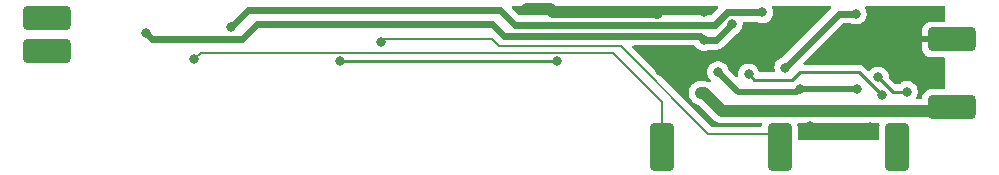
<source format=gbr>
%TF.GenerationSoftware,KiCad,Pcbnew,(6.0.6-0)*%
%TF.CreationDate,2022-09-08T16:09:42-07:00*%
%TF.ProjectId,Battery Extension PCB,42617474-6572-4792-9045-7874656e7369,rev?*%
%TF.SameCoordinates,Original*%
%TF.FileFunction,Copper,L2,Bot*%
%TF.FilePolarity,Positive*%
%FSLAX46Y46*%
G04 Gerber Fmt 4.6, Leading zero omitted, Abs format (unit mm)*
G04 Created by KiCad (PCBNEW (6.0.6-0)) date 2022-09-08 16:09:42*
%MOMM*%
%LPD*%
G01*
G04 APERTURE LIST*
G04 Aperture macros list*
%AMRoundRect*
0 Rectangle with rounded corners*
0 $1 Rounding radius*
0 $2 $3 $4 $5 $6 $7 $8 $9 X,Y pos of 4 corners*
0 Add a 4 corners polygon primitive as box body*
4,1,4,$2,$3,$4,$5,$6,$7,$8,$9,$2,$3,0*
0 Add four circle primitives for the rounded corners*
1,1,$1+$1,$2,$3*
1,1,$1+$1,$4,$5*
1,1,$1+$1,$6,$7*
1,1,$1+$1,$8,$9*
0 Add four rect primitives between the rounded corners*
20,1,$1+$1,$2,$3,$4,$5,0*
20,1,$1+$1,$4,$5,$6,$7,0*
20,1,$1+$1,$6,$7,$8,$9,0*
20,1,$1+$1,$8,$9,$2,$3,0*%
G04 Aperture macros list end*
%TA.AperFunction,ComponentPad*%
%ADD10RoundRect,0.304800X0.695200X-1.695200X0.695200X1.695200X-0.695200X1.695200X-0.695200X-1.695200X0*%
%TD*%
%TA.AperFunction,ComponentPad*%
%ADD11RoundRect,0.304800X-1.695200X-0.695200X1.695200X-0.695200X1.695200X0.695200X-1.695200X0.695200X0*%
%TD*%
%TA.AperFunction,ViaPad*%
%ADD12C,0.800000*%
%TD*%
%TA.AperFunction,Conductor*%
%ADD13C,1.000000*%
%TD*%
%TA.AperFunction,Conductor*%
%ADD14C,0.600000*%
%TD*%
%TA.AperFunction,Conductor*%
%ADD15C,0.200000*%
%TD*%
%TA.AperFunction,Conductor*%
%ADD16C,0.550000*%
%TD*%
%TA.AperFunction,Conductor*%
%ADD17C,0.250000*%
%TD*%
G04 APERTURE END LIST*
D10*
%TO.P,H7,1*%
%TO.N,VBUS*%
X128270000Y-80848200D03*
%TD*%
%TO.P,H3,1*%
%TO.N,IO26{slash}BATT VOLT*%
X118338600Y-80848200D03*
%TD*%
D11*
%TO.P,H6,1*%
%TO.N,GND*%
X142824200Y-71729600D03*
%TD*%
D10*
%TO.P,H4,1*%
%TO.N,IO27{slash}BATT CHARGING*%
X138201400Y-80848200D03*
%TD*%
D11*
%TO.P,H1,1*%
%TO.N,+BATT*%
X66268600Y-69951600D03*
%TD*%
%TO.P,H2,1*%
%TO.N,-BATT*%
X66268600Y-72694800D03*
%TD*%
%TO.P,H5,1*%
%TO.N,+5V*%
X142824200Y-77470000D03*
%TD*%
D12*
%TO.N,GND*%
X118110000Y-74371200D03*
X130810000Y-79044800D03*
X136799194Y-71328406D03*
X117246400Y-73355200D03*
X114503200Y-69443600D03*
X121818400Y-69443600D03*
X121513600Y-74066400D03*
X108813600Y-69189600D03*
X106832400Y-69189600D03*
X134513194Y-71328406D03*
X135940800Y-79146400D03*
X131318000Y-69545200D03*
X120396000Y-73050400D03*
X117906800Y-69494400D03*
X116484400Y-69443600D03*
X124155200Y-73050400D03*
X138627989Y-73868411D03*
X107696000Y-69189600D03*
%TO.N,VBUS*%
X128727200Y-74117200D03*
X134721600Y-69545200D03*
X94488000Y-71932800D03*
%TO.N,+BATT*%
X81788000Y-70662800D03*
X126796800Y-69443600D03*
%TO.N,-BATT*%
X74574400Y-71170800D03*
X123037600Y-74472800D03*
X124206000Y-70459600D03*
X129997200Y-75946000D03*
X134772400Y-75946000D03*
X121869200Y-71780400D03*
%TO.N,+5V*%
X121564400Y-76250800D03*
%TO.N,IO26{slash}BATT VOLT*%
X78689200Y-73406000D03*
%TO.N,Net-(R8-Pad1)*%
X136906000Y-76454000D03*
X125628400Y-74676000D03*
%TO.N,IO27{slash}BATT CHARGING*%
X139039600Y-76149200D03*
X136601200Y-74930000D03*
%TO.N,Net-(R4-Pad2)*%
X91033600Y-73546700D03*
X109427436Y-73546700D03*
%TD*%
D13*
%TO.N,GND*%
X116484400Y-69443600D02*
X117856000Y-69443600D01*
X109067600Y-69443600D02*
X114503200Y-69443600D01*
D14*
X131470400Y-79705200D02*
X135382000Y-79705200D01*
D13*
X108813600Y-69189600D02*
X107696000Y-69189600D01*
X114503200Y-69443600D02*
X116484400Y-69443600D01*
D14*
X135382000Y-79705200D02*
X135940800Y-79146400D01*
X117246400Y-73355200D02*
X120091200Y-73355200D01*
D13*
X107696000Y-69189600D02*
X106832400Y-69189600D01*
D14*
X131318000Y-69545200D02*
X127812800Y-73050400D01*
D13*
X117856000Y-69443600D02*
X117906800Y-69494400D01*
D14*
X120091200Y-73355200D02*
X120396000Y-73050400D01*
X124155200Y-73050400D02*
X120396000Y-73050400D01*
D13*
X108813600Y-69189600D02*
X109067600Y-69443600D01*
D14*
X130810000Y-79044800D02*
X131470400Y-79705200D01*
X127812800Y-73050400D02*
X124155200Y-73050400D01*
D15*
%TO.N,VBUS*%
X114808000Y-72288400D02*
X122224800Y-79705200D01*
X103936800Y-71729600D02*
X104495600Y-72288400D01*
X94488000Y-71932800D02*
X94691200Y-71729600D01*
X94691200Y-71729600D02*
X103936800Y-71729600D01*
X127301233Y-79705200D02*
X128270000Y-80673967D01*
D14*
X134721600Y-69545200D02*
X133299200Y-69545200D01*
X133299200Y-69545200D02*
X128727200Y-74117200D01*
D15*
X104495600Y-72288400D02*
X114808000Y-72288400D01*
X122224800Y-79705200D02*
X127301233Y-79705200D01*
D14*
%TO.N,+BATT*%
X83210400Y-69240400D02*
X104601293Y-69240400D01*
X81788000Y-70662800D02*
X83210400Y-69240400D01*
X122798202Y-70494401D02*
X123849003Y-69443600D01*
X105855294Y-70494401D02*
X122798202Y-70494401D01*
X104601293Y-69240400D02*
X105855294Y-70494401D01*
X123849003Y-69443600D02*
X126796800Y-69443600D01*
%TO.N,-BATT*%
X82753200Y-71678800D02*
X75082400Y-71678800D01*
X121869200Y-71780400D02*
X121513600Y-71424800D01*
X103936800Y-70408800D02*
X84023200Y-70408800D01*
X75082400Y-71678800D02*
X74574400Y-71170800D01*
X122885200Y-71780400D02*
X121869200Y-71780400D01*
X104952800Y-71424800D02*
X103936800Y-70408800D01*
D16*
X124714000Y-76200000D02*
X123037600Y-74523600D01*
X123037600Y-74523600D02*
X123037600Y-74472800D01*
D14*
X121513600Y-71424800D02*
X104952800Y-71424800D01*
X124206000Y-70459600D02*
X122885200Y-71780400D01*
D16*
X134772400Y-75946000D02*
X129997200Y-75946000D01*
X129997200Y-75946000D02*
X129743200Y-76200000D01*
X129743200Y-76200000D02*
X124714000Y-76200000D01*
D14*
X84023200Y-70408800D02*
X82753200Y-71678800D01*
D13*
%TO.N,+5V*%
X121818400Y-76250800D02*
X121564400Y-76250800D01*
D14*
X141870230Y-77774800D02*
X142499615Y-77145415D01*
D13*
X123342400Y-77774800D02*
X121818400Y-76250800D01*
X123342400Y-77774800D02*
X141870230Y-77774800D01*
D15*
%TO.N,IO26{slash}BATT VOLT*%
X78689200Y-73406000D02*
X79248000Y-72847200D01*
X118338600Y-77038200D02*
X118338600Y-80673967D01*
X79248000Y-72847200D02*
X114147600Y-72847200D01*
X114147600Y-72847200D02*
X118338600Y-77038200D01*
D17*
%TO.N,Net-(R8-Pad1)*%
X129336800Y-75133200D02*
X126085600Y-75133200D01*
X126085600Y-75133200D02*
X125628400Y-74676000D01*
X129946400Y-74523600D02*
X129336800Y-75133200D01*
X134975600Y-74523600D02*
X129946400Y-74523600D01*
X136906000Y-76454000D02*
X134975600Y-74523600D01*
%TO.N,IO27{slash}BATT CHARGING*%
X137820400Y-76149200D02*
X139039600Y-76149200D01*
X136601200Y-74930000D02*
X137820400Y-76149200D01*
%TO.N,Net-(R4-Pad2)*%
X109427436Y-73546700D02*
X91033600Y-73546700D01*
%TD*%
%TA.AperFunction,Conductor*%
%TO.N,GND*%
G36*
X136666529Y-78803302D02*
G01*
X136713022Y-78856958D01*
X136723126Y-78927232D01*
X136721179Y-78937643D01*
X136693178Y-79058930D01*
X136692900Y-79063751D01*
X136692900Y-80139467D01*
X136672898Y-80207588D01*
X136619242Y-80254081D01*
X136566900Y-80265467D01*
X129904499Y-80265467D01*
X129836378Y-80245465D01*
X129789885Y-80191809D01*
X129778499Y-80139467D01*
X129778499Y-79063752D01*
X129778222Y-79058930D01*
X129750221Y-78937643D01*
X129754387Y-78866769D01*
X129796209Y-78809398D01*
X129862409Y-78783745D01*
X129872992Y-78783300D01*
X136598408Y-78783300D01*
X136666529Y-78803302D01*
G37*
%TD.AperFunction*%
%TA.AperFunction,Conductor*%
G36*
X132579640Y-68905302D02*
G01*
X132626133Y-68958958D01*
X132636237Y-69029232D01*
X132606743Y-69093812D01*
X132600614Y-69100395D01*
X130536773Y-71164235D01*
X128475288Y-73225720D01*
X128437443Y-73251732D01*
X128379941Y-73277333D01*
X128276478Y-73323397D01*
X128276476Y-73323398D01*
X128270448Y-73326082D01*
X128115947Y-73438334D01*
X128111526Y-73443244D01*
X128111525Y-73443245D01*
X128100311Y-73455700D01*
X127988160Y-73580256D01*
X127892673Y-73745644D01*
X127833658Y-73927272D01*
X127832968Y-73933833D01*
X127832968Y-73933835D01*
X127826723Y-73993251D01*
X127813696Y-74117200D01*
X127814386Y-74123765D01*
X127831109Y-74282872D01*
X127833658Y-74307128D01*
X127835697Y-74313403D01*
X127835698Y-74313408D01*
X127842637Y-74334762D01*
X127844666Y-74405729D01*
X127808005Y-74466528D01*
X127744293Y-74497854D01*
X127722805Y-74499700D01*
X126617914Y-74499700D01*
X126549793Y-74479698D01*
X126503300Y-74426042D01*
X126498081Y-74412636D01*
X126481935Y-74362945D01*
X126462927Y-74304444D01*
X126450473Y-74282872D01*
X126370741Y-74144774D01*
X126367440Y-74139056D01*
X126347205Y-74116582D01*
X126244075Y-74002045D01*
X126244074Y-74002044D01*
X126239653Y-73997134D01*
X126110779Y-73903501D01*
X126090494Y-73888763D01*
X126090493Y-73888762D01*
X126085152Y-73884882D01*
X126079124Y-73882198D01*
X126079122Y-73882197D01*
X125916719Y-73809891D01*
X125916718Y-73809891D01*
X125910688Y-73807206D01*
X125817287Y-73787353D01*
X125730344Y-73768872D01*
X125730339Y-73768872D01*
X125723887Y-73767500D01*
X125532913Y-73767500D01*
X125526461Y-73768872D01*
X125526456Y-73768872D01*
X125439513Y-73787353D01*
X125346112Y-73807206D01*
X125340082Y-73809891D01*
X125340081Y-73809891D01*
X125177678Y-73882197D01*
X125177676Y-73882198D01*
X125171648Y-73884882D01*
X125166307Y-73888762D01*
X125166306Y-73888763D01*
X125146021Y-73903501D01*
X125017147Y-73997134D01*
X125012726Y-74002044D01*
X125012725Y-74002045D01*
X124909596Y-74116582D01*
X124889360Y-74139056D01*
X124886059Y-74144774D01*
X124806328Y-74282872D01*
X124793873Y-74304444D01*
X124734858Y-74486072D01*
X124734168Y-74492633D01*
X124734168Y-74492635D01*
X124727853Y-74552721D01*
X124714896Y-74676000D01*
X124715586Y-74682565D01*
X124726663Y-74787957D01*
X124713891Y-74857795D01*
X124665389Y-74909642D01*
X124596556Y-74927036D01*
X124529246Y-74904455D01*
X124512258Y-74890222D01*
X123963719Y-74341683D01*
X123931690Y-74282694D01*
X123931142Y-74282872D01*
X123872127Y-74101244D01*
X123861342Y-74082563D01*
X123779941Y-73941574D01*
X123776640Y-73935856D01*
X123766746Y-73924867D01*
X123653275Y-73798845D01*
X123653274Y-73798844D01*
X123648853Y-73793934D01*
X123494352Y-73681682D01*
X123488324Y-73678998D01*
X123488322Y-73678997D01*
X123325919Y-73606691D01*
X123325918Y-73606691D01*
X123319888Y-73604006D01*
X123208154Y-73580256D01*
X123139544Y-73565672D01*
X123139539Y-73565672D01*
X123133087Y-73564300D01*
X122942113Y-73564300D01*
X122935661Y-73565672D01*
X122935656Y-73565672D01*
X122867046Y-73580256D01*
X122755312Y-73604006D01*
X122749282Y-73606691D01*
X122749281Y-73606691D01*
X122586878Y-73678997D01*
X122586876Y-73678998D01*
X122580848Y-73681682D01*
X122426347Y-73793934D01*
X122421926Y-73798844D01*
X122421925Y-73798845D01*
X122308455Y-73924867D01*
X122298560Y-73935856D01*
X122295259Y-73941574D01*
X122213859Y-74082563D01*
X122203073Y-74101244D01*
X122144058Y-74282872D01*
X122143368Y-74289433D01*
X122143368Y-74289435D01*
X122139268Y-74328446D01*
X122124096Y-74472800D01*
X122144058Y-74662728D01*
X122203073Y-74844356D01*
X122206376Y-74850078D01*
X122206377Y-74850079D01*
X122229554Y-74890222D01*
X122298560Y-75009744D01*
X122426347Y-75151666D01*
X122426490Y-75151770D01*
X122462476Y-75210184D01*
X122461124Y-75281168D01*
X122421609Y-75340152D01*
X122356478Y-75368409D01*
X122280225Y-75353788D01*
X122223014Y-75322336D01*
X122223012Y-75322335D01*
X122217613Y-75319367D01*
X122212531Y-75317755D01*
X122207837Y-75315238D01*
X122118869Y-75288038D01*
X122117841Y-75287718D01*
X122029094Y-75259565D01*
X122023798Y-75258971D01*
X122018702Y-75257413D01*
X121926143Y-75248010D01*
X121925007Y-75247889D01*
X121891392Y-75244119D01*
X121878670Y-75242692D01*
X121878666Y-75242692D01*
X121875173Y-75242300D01*
X121871646Y-75242300D01*
X121870661Y-75242245D01*
X121864981Y-75241798D01*
X121835575Y-75238811D01*
X121828063Y-75238048D01*
X121828061Y-75238048D01*
X121821938Y-75237426D01*
X121779659Y-75241423D01*
X121776291Y-75241741D01*
X121764433Y-75242300D01*
X121514631Y-75242300D01*
X121511575Y-75242600D01*
X121511568Y-75242600D01*
X121456315Y-75248018D01*
X121367567Y-75256720D01*
X121361666Y-75258502D01*
X121361664Y-75258502D01*
X121295667Y-75278428D01*
X121178231Y-75313884D01*
X121003604Y-75406734D01*
X120930384Y-75466451D01*
X120855113Y-75527840D01*
X120855110Y-75527843D01*
X120850338Y-75531735D01*
X120846411Y-75536482D01*
X120846409Y-75536484D01*
X120728199Y-75679375D01*
X120728197Y-75679379D01*
X120724270Y-75684125D01*
X120630202Y-75858099D01*
X120571718Y-76047032D01*
X120571074Y-76053157D01*
X120571074Y-76053158D01*
X120556054Y-76196071D01*
X120551045Y-76243725D01*
X120556644Y-76305243D01*
X120563036Y-76375479D01*
X120568970Y-76440688D01*
X120570708Y-76446594D01*
X120570709Y-76446598D01*
X120590685Y-76514471D01*
X120624810Y-76630419D01*
X120627663Y-76635877D01*
X120627665Y-76635881D01*
X120659601Y-76696968D01*
X120716440Y-76805690D01*
X120840368Y-76959825D01*
X120991874Y-77086954D01*
X120997272Y-77089921D01*
X120997277Y-77089925D01*
X121140580Y-77168705D01*
X121165187Y-77182233D01*
X121171054Y-77184094D01*
X121171056Y-77184095D01*
X121347835Y-77240173D01*
X121347839Y-77240174D01*
X121353706Y-77242035D01*
X121355458Y-77242232D01*
X121417027Y-77275662D01*
X122585549Y-78444184D01*
X122594651Y-78454327D01*
X122618368Y-78483825D01*
X122656846Y-78516112D01*
X122660462Y-78519267D01*
X122662288Y-78520923D01*
X122664474Y-78523109D01*
X122666854Y-78525064D01*
X122666864Y-78525073D01*
X122697668Y-78550376D01*
X122698683Y-78551218D01*
X122726157Y-78574271D01*
X122769874Y-78610954D01*
X122774548Y-78613523D01*
X122778661Y-78616902D01*
X122784098Y-78619817D01*
X122784099Y-78619818D01*
X122860447Y-78660755D01*
X122861577Y-78661368D01*
X122943187Y-78706233D01*
X122948269Y-78707845D01*
X122952963Y-78710362D01*
X123041931Y-78737562D01*
X123042959Y-78737882D01*
X123131706Y-78766035D01*
X123137002Y-78766629D01*
X123142098Y-78768187D01*
X123234622Y-78777585D01*
X123235742Y-78777705D01*
X123269064Y-78781442D01*
X123282130Y-78782908D01*
X123282134Y-78782908D01*
X123285627Y-78783300D01*
X123289154Y-78783300D01*
X123290157Y-78783356D01*
X123295841Y-78783803D01*
X123321257Y-78786385D01*
X123332736Y-78787551D01*
X123332738Y-78787551D01*
X123338862Y-78788173D01*
X123384501Y-78783859D01*
X123396357Y-78783300D01*
X126667008Y-78783300D01*
X126735129Y-78803302D01*
X126781622Y-78856958D01*
X126791726Y-78927232D01*
X126789779Y-78937643D01*
X126775604Y-78999043D01*
X126740791Y-79060919D01*
X126678052Y-79094150D01*
X126652833Y-79096700D01*
X122529039Y-79096700D01*
X122460918Y-79076698D01*
X122439944Y-79059795D01*
X115828544Y-72448395D01*
X115794518Y-72386083D01*
X115799583Y-72315268D01*
X115842130Y-72258432D01*
X115908650Y-72233621D01*
X115917639Y-72233300D01*
X121008891Y-72233300D01*
X121077012Y-72253302D01*
X121118009Y-72296298D01*
X121130160Y-72317344D01*
X121134578Y-72322251D01*
X121134579Y-72322252D01*
X121226709Y-72424573D01*
X121257947Y-72459266D01*
X121347058Y-72524009D01*
X121386973Y-72553009D01*
X121412448Y-72571518D01*
X121418476Y-72574202D01*
X121418478Y-72574203D01*
X121546568Y-72631232D01*
X121586912Y-72649194D01*
X121680312Y-72669047D01*
X121767256Y-72687528D01*
X121767261Y-72687528D01*
X121773713Y-72688900D01*
X121964687Y-72688900D01*
X121971139Y-72687528D01*
X121971144Y-72687528D01*
X122058088Y-72669047D01*
X122151488Y-72649194D01*
X122191832Y-72631232D01*
X122262445Y-72599793D01*
X122313694Y-72588900D01*
X122875986Y-72588900D01*
X122877306Y-72588907D01*
X122967421Y-72589851D01*
X123009797Y-72580689D01*
X123022363Y-72578631D01*
X123065455Y-72573797D01*
X123072106Y-72571481D01*
X123072110Y-72571480D01*
X123097130Y-72562767D01*
X123111942Y-72558604D01*
X123137819Y-72553009D01*
X123144710Y-72551519D01*
X123184013Y-72533192D01*
X123195789Y-72528410D01*
X123236752Y-72514145D01*
X123242727Y-72510411D01*
X123242730Y-72510410D01*
X123265195Y-72496373D01*
X123278712Y-72489034D01*
X123302714Y-72477841D01*
X123302715Y-72477840D01*
X123309102Y-72474862D01*
X123330668Y-72458134D01*
X123343353Y-72448294D01*
X123353812Y-72440998D01*
X123384604Y-72421758D01*
X123384607Y-72421756D01*
X123390576Y-72418026D01*
X123398683Y-72409976D01*
X123419379Y-72389424D01*
X123420004Y-72388839D01*
X123420670Y-72388322D01*
X123446660Y-72362332D01*
X123519282Y-72290215D01*
X123519940Y-72289178D01*
X123521043Y-72287949D01*
X124457912Y-71351080D01*
X124495758Y-71325068D01*
X124656722Y-71253403D01*
X124656724Y-71253402D01*
X124662752Y-71250718D01*
X124681218Y-71237302D01*
X124781785Y-71164235D01*
X124817253Y-71138466D01*
X124945040Y-70996544D01*
X125028023Y-70852814D01*
X125037223Y-70836879D01*
X125037224Y-70836878D01*
X125040527Y-70831156D01*
X125099542Y-70649528D01*
X125104235Y-70604882D01*
X125118814Y-70466165D01*
X125119504Y-70459600D01*
X125112322Y-70391270D01*
X125125094Y-70321433D01*
X125173596Y-70269586D01*
X125237632Y-70252100D01*
X126352306Y-70252100D01*
X126403555Y-70262993D01*
X126497211Y-70304691D01*
X126514512Y-70312394D01*
X126607913Y-70332247D01*
X126694856Y-70350728D01*
X126694861Y-70350728D01*
X126701313Y-70352100D01*
X126892287Y-70352100D01*
X126898739Y-70350728D01*
X126898744Y-70350728D01*
X126985687Y-70332247D01*
X127079088Y-70312394D01*
X127085119Y-70309709D01*
X127247522Y-70237403D01*
X127247524Y-70237402D01*
X127253552Y-70234718D01*
X127408053Y-70122466D01*
X127535840Y-69980544D01*
X127631327Y-69815156D01*
X127690342Y-69633528D01*
X127710304Y-69443600D01*
X127701710Y-69361835D01*
X127691032Y-69260235D01*
X127691032Y-69260233D01*
X127690342Y-69253672D01*
X127631327Y-69072044D01*
X127628022Y-69066319D01*
X127626344Y-69062551D01*
X127616909Y-68992184D01*
X127647014Y-68927886D01*
X127707102Y-68890072D01*
X127741450Y-68885300D01*
X132511519Y-68885300D01*
X132579640Y-68905302D01*
G37*
%TD.AperFunction*%
%TA.AperFunction,Conductor*%
G36*
X142233236Y-68905302D02*
G01*
X142279729Y-68958958D01*
X142291115Y-69011300D01*
X142291115Y-70095601D01*
X142271113Y-70163722D01*
X142217457Y-70210215D01*
X142165115Y-70221601D01*
X141041603Y-70221601D01*
X141039738Y-70221654D01*
X141029791Y-70223078D01*
X140864172Y-70261314D01*
X140850969Y-70265964D01*
X140699482Y-70339195D01*
X140687634Y-70346656D01*
X140556126Y-70451637D01*
X140546238Y-70461525D01*
X140441256Y-70593034D01*
X140433795Y-70604882D01*
X140360564Y-70756369D01*
X140355914Y-70769572D01*
X140317678Y-70935190D01*
X140316255Y-70945129D01*
X140316200Y-70947033D01*
X140316200Y-71457485D01*
X140320675Y-71472724D01*
X140322065Y-71473929D01*
X140329748Y-71475600D01*
X142165115Y-71475600D01*
X142233236Y-71495602D01*
X142279729Y-71549258D01*
X142291115Y-71601600D01*
X142291115Y-71857600D01*
X142271113Y-71925721D01*
X142217457Y-71972214D01*
X142165115Y-71983600D01*
X140334316Y-71983600D01*
X140319077Y-71988075D01*
X140317872Y-71989465D01*
X140316201Y-71997148D01*
X140316201Y-72512197D01*
X140316254Y-72514062D01*
X140317678Y-72524009D01*
X140355914Y-72689628D01*
X140360564Y-72702831D01*
X140433795Y-72854318D01*
X140441256Y-72866166D01*
X140546238Y-72997675D01*
X140556125Y-73007562D01*
X140687634Y-73112544D01*
X140699482Y-73120005D01*
X140850969Y-73193236D01*
X140864172Y-73197886D01*
X141029790Y-73236122D01*
X141039729Y-73237545D01*
X141041633Y-73237600D01*
X142165115Y-73237600D01*
X142233236Y-73257602D01*
X142279729Y-73311258D01*
X142291115Y-73363600D01*
X142291115Y-75835501D01*
X142271113Y-75903622D01*
X142217457Y-75950115D01*
X142165115Y-75961501D01*
X141039752Y-75961501D01*
X141034930Y-75961778D01*
X140857144Y-76002823D01*
X140692870Y-76082237D01*
X140687370Y-76086627D01*
X140687366Y-76086630D01*
X140608986Y-76149200D01*
X140550271Y-76196071D01*
X140545878Y-76201574D01*
X140440830Y-76333166D01*
X140440827Y-76333170D01*
X140436437Y-76338670D01*
X140357023Y-76502944D01*
X140355439Y-76509807D01*
X140318768Y-76668644D01*
X140283954Y-76730519D01*
X140221215Y-76763751D01*
X140195997Y-76766300D01*
X139950600Y-76766300D01*
X139882479Y-76746298D01*
X139835986Y-76692642D01*
X139825882Y-76622368D01*
X139841481Y-76577300D01*
X139870823Y-76526479D01*
X139870824Y-76526478D01*
X139874127Y-76520756D01*
X139933142Y-76339128D01*
X139936704Y-76305243D01*
X139952414Y-76155765D01*
X139953104Y-76149200D01*
X139939453Y-76019321D01*
X139933832Y-75965835D01*
X139933832Y-75965833D01*
X139933142Y-75959272D01*
X139874127Y-75777644D01*
X139778640Y-75612256D01*
X139650853Y-75470334D01*
X139496352Y-75358082D01*
X139490324Y-75355398D01*
X139490322Y-75355397D01*
X139327919Y-75283091D01*
X139327918Y-75283091D01*
X139321888Y-75280406D01*
X139220805Y-75258920D01*
X139141544Y-75242072D01*
X139141539Y-75242072D01*
X139135087Y-75240700D01*
X138944113Y-75240700D01*
X138937661Y-75242072D01*
X138937656Y-75242072D01*
X138858395Y-75258920D01*
X138757312Y-75280406D01*
X138751282Y-75283091D01*
X138751281Y-75283091D01*
X138588878Y-75355397D01*
X138588876Y-75355398D01*
X138582848Y-75358082D01*
X138577507Y-75361962D01*
X138577506Y-75361963D01*
X138513183Y-75408697D01*
X138428347Y-75470334D01*
X138423932Y-75475237D01*
X138419020Y-75479660D01*
X138417895Y-75478411D01*
X138364586Y-75511251D01*
X138331400Y-75515700D01*
X138134995Y-75515700D01*
X138066874Y-75495698D01*
X138045900Y-75478795D01*
X137548322Y-74981217D01*
X137514296Y-74918905D01*
X137512107Y-74905292D01*
X137495432Y-74746635D01*
X137495432Y-74746633D01*
X137494742Y-74740072D01*
X137435727Y-74558444D01*
X137340240Y-74393056D01*
X137260454Y-74304444D01*
X137216875Y-74256045D01*
X137216874Y-74256044D01*
X137212453Y-74251134D01*
X137113357Y-74179136D01*
X137063294Y-74142763D01*
X137063293Y-74142762D01*
X137057952Y-74138882D01*
X137051924Y-74136198D01*
X137051922Y-74136197D01*
X136889519Y-74063891D01*
X136889518Y-74063891D01*
X136883488Y-74061206D01*
X136770926Y-74037280D01*
X136703144Y-74022872D01*
X136703139Y-74022872D01*
X136696687Y-74021500D01*
X136505713Y-74021500D01*
X136499261Y-74022872D01*
X136499256Y-74022872D01*
X136431474Y-74037280D01*
X136318912Y-74061206D01*
X136312882Y-74063891D01*
X136312881Y-74063891D01*
X136150478Y-74136197D01*
X136150476Y-74136198D01*
X136144448Y-74138882D01*
X136139107Y-74142762D01*
X136139106Y-74142763D01*
X136089043Y-74179136D01*
X135989947Y-74251134D01*
X135893579Y-74358162D01*
X135833136Y-74395400D01*
X135762152Y-74394048D01*
X135710850Y-74362945D01*
X135479252Y-74131347D01*
X135471712Y-74123061D01*
X135467600Y-74116582D01*
X135457960Y-74107529D01*
X135417949Y-74069957D01*
X135415107Y-74067202D01*
X135395370Y-74047465D01*
X135392173Y-74044985D01*
X135383151Y-74037280D01*
X135356700Y-74012441D01*
X135350921Y-74007014D01*
X135343975Y-74003195D01*
X135343972Y-74003193D01*
X135333166Y-73997252D01*
X135316647Y-73986401D01*
X135316183Y-73986041D01*
X135300641Y-73973986D01*
X135293372Y-73970841D01*
X135293368Y-73970838D01*
X135260063Y-73956426D01*
X135249413Y-73951209D01*
X135210660Y-73929905D01*
X135200406Y-73927272D01*
X135196254Y-73926206D01*
X135191037Y-73924867D01*
X135172334Y-73918463D01*
X135161020Y-73913567D01*
X135161019Y-73913567D01*
X135153745Y-73910419D01*
X135145922Y-73909180D01*
X135145912Y-73909177D01*
X135110076Y-73903501D01*
X135098456Y-73901095D01*
X135063311Y-73892072D01*
X135063310Y-73892072D01*
X135055630Y-73890100D01*
X135035376Y-73890100D01*
X135015665Y-73888549D01*
X135003486Y-73886620D01*
X134995657Y-73885380D01*
X134987765Y-73886126D01*
X134951639Y-73889541D01*
X134939781Y-73890100D01*
X130401882Y-73890100D01*
X130333761Y-73870098D01*
X130287268Y-73816442D01*
X130277164Y-73746168D01*
X130306658Y-73681588D01*
X130312787Y-73675005D01*
X133597187Y-70390605D01*
X133659499Y-70356579D01*
X133686282Y-70353700D01*
X134277106Y-70353700D01*
X134328355Y-70364593D01*
X134370963Y-70383563D01*
X134439312Y-70413994D01*
X134532713Y-70433847D01*
X134619656Y-70452328D01*
X134619661Y-70452328D01*
X134626113Y-70453700D01*
X134817087Y-70453700D01*
X134823539Y-70452328D01*
X134823544Y-70452328D01*
X134910487Y-70433847D01*
X135003888Y-70413994D01*
X135056421Y-70390605D01*
X135172322Y-70339003D01*
X135172324Y-70339002D01*
X135178352Y-70336318D01*
X135198840Y-70321433D01*
X135270200Y-70269586D01*
X135332853Y-70224066D01*
X135337275Y-70219155D01*
X135456221Y-70087052D01*
X135456222Y-70087051D01*
X135460640Y-70082144D01*
X135556127Y-69916756D01*
X135615142Y-69735128D01*
X135620619Y-69683022D01*
X135634414Y-69551765D01*
X135635104Y-69545200D01*
X135615142Y-69355272D01*
X135556127Y-69173644D01*
X135549595Y-69162330D01*
X135498771Y-69074300D01*
X135482033Y-69005304D01*
X135505254Y-68938213D01*
X135561061Y-68894326D01*
X135607890Y-68885300D01*
X142165115Y-68885300D01*
X142233236Y-68905302D01*
G37*
%TD.AperFunction*%
%TA.AperFunction,Conductor*%
G36*
X123027842Y-68905302D02*
G01*
X123074335Y-68958958D01*
X123084439Y-69029232D01*
X123054945Y-69093812D01*
X123048816Y-69100395D01*
X122500215Y-69648996D01*
X122437903Y-69683022D01*
X122411120Y-69685901D01*
X106242376Y-69685901D01*
X106174255Y-69665899D01*
X106153280Y-69648996D01*
X105604680Y-69100395D01*
X105570655Y-69038083D01*
X105575720Y-68967267D01*
X105618267Y-68910432D01*
X105684787Y-68885621D01*
X105693776Y-68885300D01*
X122959721Y-68885300D01*
X123027842Y-68905302D01*
G37*
%TD.AperFunction*%
%TD*%
M02*

</source>
